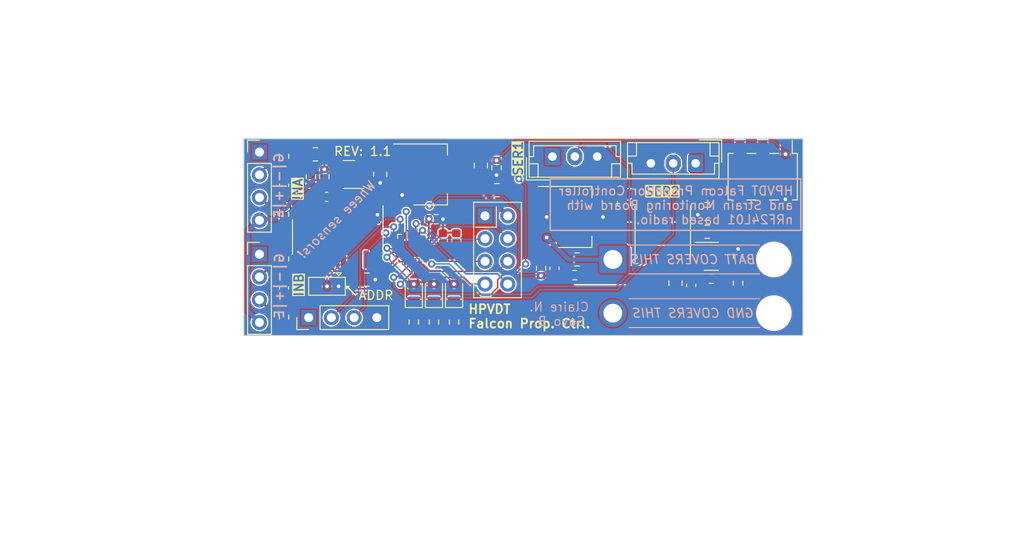
<source format=kicad_pcb>
(kicad_pcb (version 20241229) (generator "pcbnew") (generator_version "9.0")
  (title_block (title "Propellor Pitch and Monitor") (date "2023-12-08") (rev "1.1") (company "HPVDT"))
  (layers (0 "F.Cu" signal) (2 "B.Cu" signal) (13 "F.Paste" user) (15 "B.Paste" user) (5 "F.SilkS" user "F.Silkscreen") (7 "B.SilkS" user "B.Silkscreen") (1 "F.Mask" user) (3 "B.Mask" user) (25 "Edge.Cuts" user))
  (net 0 "")
  (net 1 "+BATT")
  (net 2 "GND")
  (net 3 "+5V")
  (net 4 "/BATT_{SCALED}")
  (net 5 "/~{RESET}")
  (net 6 "/INB-")
  (net 7 "/INB+")
  (net 8 "/INA-")
  (net 9 "/INA+")
  (net 10 "Net-(U3-VBST)")
  (net 11 "Net-(U3-SW)")
  (net 12 "+3.3VA")
  (net 13 "Net-(D1-K)")
  (net 14 "/LED_{1}")
  (net 15 "Net-(D2-K)")
  (net 16 "/LED_{2}")
  (net 17 "Net-(D3-K)")
  (net 18 "/LED_{3}")
  (net 19 "/MISO")
  (net 20 "/SCK")
  (net 21 "/MOSI")
  (net 22 "/S-_{LC1}")
  (net 23 "/S+_{LC1}")
  (net 24 "/S-_{LC2}")
  (net 25 "/S+_{LC2}")
  (net 26 "/SERVO_{1}")
  (net 27 "/SERVO_{2}")
  (net 28 "/BASE")
  (net 29 "/FB_{VA}")
  (net 30 "Net-(U3-EN)")
  (net 31 "+3V3")
  (net 32 "/~{CS}_{nRF}")
  (net 33 "/DOUT_{AMP}")
  (net 34 "/SCK_{AMP}")
  (net 35 "/CE_{nRF}")
  (net 36 "/INT_{nRF}")
  (net 37 "Net-(U2-VBG)")
  (net 41 "/ADDRESS")
  (net 43 "/RX")
  (net 44 "/TX")
  (net 45 "/FB")
  (footprint "Connector_PinHeader_2.54mm:PinHeader_2x03_P2.54mm_Vertical_SMD" (layer "F.Cu") (at 143 104.75 -90)
    (property "Reference" "J3" (hide yes))
    (property "Value" "AVR-UPDI-6")
  )
  (footprint "Connector_PinHeader_2.54mm:PinHeader_1x04_P2.54mm_Vertical" (layer "F.Cu") (at 86.75 102)
    (property "Reference" "J1" (hide yes))
    (property "Value" "LOAD1" (hide yes))
  )
  (footprint "Capacitor_SMD:C_0805_2012Metric" (layer "F.Cu") (at 133.25 116.65 90)
    (property "Reference" "C10" (hide yes))
    (property "Value" "10u")
  )
  (footprint "Connector_PinHeader_2.54mm:PinHeader_1x04_P2.54mm_Vertical" (layer "F.Cu") (at 86.75 113.42)
    (property "Reference" "J2" (hide yes))
    (property "Value" "LOAD2" (hide yes))
  )
  (footprint "Capacitor_SMD:C_0603_1608Metric" (layer "F.Cu") (at 107.25 111.85 -90)
    (property "Reference" "C7" (hide yes))
    (property "Value" "10n")
  )
  (footprint "Resistor_SMD:R_0603_1608Metric" (layer "F.Cu") (at 94 104.75 -90)
    (property "Reference" "R10" (hide yes))
    (property "Value" "20k")
  )
  (footprint "Package_TO_SOT_SMD:TSOT-23-6" (layer "F.Cu") (at 137.25 113.65)
    (property "Reference" "U3" (hide yes))
    (property "Value" "TPS563208DDCR")
  )
  (footprint "Capacitor_SMD:C_0805_2012Metric" (layer "F.Cu") (at 111.5 103.5 -90)
    (property "Reference" "C20" (hide yes))
    (property "Value" "22u")
  )
  (footprint "Resistor_SMD:R_0603_1608Metric" (layer "F.Cu") (at 89.5 113.935 -90)
    (property "Reference" "R7" (hide yes))
    (property "Value" "100")
  )
  (footprint "Capacitor_SMD:C_0805_2012Metric" (layer "F.Cu") (at 98.75 116.25)
    (property "Reference" "C4" (hide yes))
    (property "Value" "10u")
  )
  (footprint "Jumper:SolderJumper-3_P1.3mm_Open_Pad1.0x1.5mm" (layer "F.Cu") (at 94.3 117 180)
    (property "Reference" "JP1" (hide yes))
    (property "Value" "ADDRESS")
  )
  (footprint "Resistor_SMD:R_0603_1608Metric" (layer "F.Cu") (at 89.5 120.435 90)
    (property "Reference" "R6" (hide yes))
    (property "Value" "100")
  )
  (footprint "Capacitor_SMD:C_0805_2012Metric" (layer "F.Cu") (at 100.25 104.5 -90)
    (property "Reference" "C16" (hide yes))
    (property "Value" "10u")
  )
  (footprint "Package_TO_SOT_SMD:SOT-23" (layer "F.Cu") (at 96.75 104.5 180)
    (property "Reference" "Q1" (hide yes))
    (property "Value" "MMSS8550")
  )
  (footprint "Resistor_SMD:R_0603_1608Metric" (layer "F.Cu") (at 122 115.75 180)
    (property "Reference" "R8" (hide yes))
    (property "Value" "15k")
  )
  (footprint "Capacitor_SMD:C_0805_2012Metric" (layer "F.Cu") (at 113.3 106.25 180)
    (property "Reference" "C18" (hide yes))
    (property "Value" "10u")
  )
  (footprint "Resistor_SMD:R_0603_1608Metric" (layer "F.Cu") (at 92.5 104.75 90)
    (property "Reference" "R11" (hide yes))
    (property "Value" "8.2k")
  )
  (footprint "Package_TO_SOT_SMD:SOT-223-3_TabPin2" (layer "F.Cu") (at 122 109.25)
    (property "Reference" "U4" (hide yes))
    (property "Value" "AZ1117-5.0")
  )
  (footprint "Capacitor_SMD:C_0603_1608Metric" (layer "F.Cu") (at 135 116.9 90)
    (property "Reference" "C11" (hide yes))
    (property "Value" "100n")
  )
  (footprint "Capacitor_SMD:C_0805_2012Metric" (layer "F.Cu") (at 136.8 110.9 180)
    (property "Reference" "C12" (hide yes))
    (property "Value" "100n")
  )
  (footprint "Package_TO_SOT_SMD:SOT-223-3_TabPin2" (layer "F.Cu") (at 105.85 104.5)
    (property "Reference" "U5" (hide yes))
    (property "Value" "AZ1117-3.3")
  )
  (footprint "LED_SMD:LED_0805_2012Metric" (layer "F.Cu") (at 104 117.6875 90)
    (property "Reference" "D1" (hide yes))
    (property "Value" "LED")
  )
  (footprint "Connector_PinHeader_2.54mm:PinHeader_1x04_P2.54mm_Vertical" (layer "F.Cu") (at 92.25 120.5 90)
    (property "Reference" "J6" (hide yes))
    (property "Value" "SERIAL")
  )
  (footprint "Resistor_SMD:R_0603_1608Metric" (layer "F.Cu") (at 118.23 114.98 90)
    (property "Reference" "R9" (hide yes))
    (property "Value" "10k")
  )
  (footprint "Capacitor_SMD:C_0603_1608Metric" (layer "F.Cu") (at 89.5 105.705 -90)
    (property "Reference" "C1" (hide yes))
    (property "Value" "100n")
  )
  (footprint "Capacitor_SMD:C_0603_1608Metric" (layer "F.Cu") (at 89.5 117.185 -90)
    (property "Reference" "C2" (hide yes))
    (property "Value" "100n")
  )
  (footprint "Resistor_SMD:R_0603_1608Metric" (layer "F.Cu") (at 89.5 108.955 90)
    (property "Reference" "R4" (hide yes))
    (property "Value" "100")
  )
  (footprint "LED_SMD:LED_0805_2012Metric" (layer "F.Cu") (at 106.25 117.6875 90)
    (property "Reference" "D2" (hide yes))
    (property "Value" "LED")
  )
  (footprint "Capacitor_SMD:C_0805_2012Metric" (layer "F.Cu") (at 93 102.25)
    (property "Reference" "C6" (hide yes))
    (property "Value" "10u")
  )
  (footprint "Capacitor_SMD:C_0603_1608Metric" (layer "F.Cu") (at 108.75 111.85 -90)
    (property "Reference" "C5" (hide yes))
    (property "Value" "100n")
  )
  (footprint "Resistor_SMD:R_0603_1608Metric" (layer "F.Cu") (at 106.5 109.5 180)
    (property "Reference" "R13" (hide yes))
    (property "Value" "10k")
  )
  (footprint "Connector_JST:JST_EH_B3B-EH-A_1x03_P2.50mm_Vertical" (layer "F.Cu") (at 119.5 102.5)
    (property "Reference" "J5" (hide yes))
    (property "Value" "SERVO1" (hide yes))
  )
  (footprint "Resistor_SMD:R_0603_1608Metric" (layer "F.Cu") (at 137.25 116.15)
    (property "Reference" "R14" (hide yes))
    (property "Value" "10k")
  )
  (footprint "Resistor_SMD:R_0603_1608Metric" (layer "F.Cu") (at 108.5 121 -90)
    (property "Reference" "R3" (hide yes))
    (property "Value" "430")
  )
  (footprint "Resistor_SMD:R_0603_1608Metric" (layer "F.Cu") (at 89.5 102.455 -90)
    (property "Reference" "R5" (hide yes))
    (property "Value" "100")
  )
  (footprint "Capacitor_SMD:C_0603_1608Metric" (layer "F.Cu") (at 94.25 107 180)
    (property "Reference" "C9" (hide yes))
    (property "Value" "100n")
  )
  (footprint "Resistor_SMD:R_0603_1608Metric" (layer "F.Cu") (at 140.25 113.65 -90)
    (property "Reference" "R15" (hide yes))
    (property "Value" "54k9")
  )
  (footprint "Inductor_SMD:L_Taiyo-Yuden_NR-60xx" (layer "F.Cu") (at 131.825 111.15 90)
    (property "Reference" "L1" (hide yes))
    (property "Value" "3u3")
  )
  (footprint "Capacitor_SMD:C_0805_2012Metric" (layer "F.Cu") (at 122.25 114)
    (property "Reference" "C15" (hide yes))
    (property "Value" "10u")
  )
  (footprint "Package_DFN_QFN:VQFN-20-1EP_3x3mm_P0.4mm_EP1.7x1.7mm" (layer "F.Cu") (at 103.8 112.8 180)
    (property "Reference" "U1" (hide yes))
    (property "Value" "ATtiny1616-M")
  )
  (footprint "Resistor_SMD:R_0603_1608Metric" (layer "F.Cu") (at 113.25 103.75 90)
    (property "Reference" "R12" (hide yes))
    (property "Value" "10k")
  )
  (footprint "Capacitor_SMD:C_0805_2012Metric" (layer "F.Cu") (at 136.8 108.9 180)
    (property "Reference" "C14" (hide yes))
    (property "Value" "22u")
  )
  (footprint "Capacitor_SMD:C_0603_1608Metric" (layer "F.Cu") (at 119.73 114.98 90)
    (property "Reference" "C3" (hide yes))
    (property "Value" "100n")
  )
  (footprint "Resistor_SMD:R_0603_1608Metric" (layer "F.Cu") (at 104 121 -90)
    (property "Reference" "R1" (hide yes))
    (property "Value" "430")
  )
  (footprint "Resistor_SMD:R_0603_1608Metric" (layer "F.Cu") (at 106.25 121 -90)
    (property "Reference" "R2" (hide yes))
    (property "Value" "430")
  )
  (footprint "Capacitor_SMD:C_0805_2012Metric" (layer "F.Cu") (at 127.5 107.75 -90)
    (property "Reference" "C19" (hide yes))
    (property "Value" "22u")
  )
  (footprint "RF_Module:nRF24L01_Breakout" (layer "F.Cu") (at 111.96 109.13)
    (property "Reference" "U6" (hide yes))
    (property "Value" "NRF24L01_Breakout")
  )
  (footprint "Package_SO:SOP-16_3.9x9.9mm_P1.27mm" (layer "F.Cu") (at 95.5 111.5 -90)
    (property "Reference" "U2" (hide yes))
    (property "Value" "HX711")
  )
  (footprint "Resistor_SMD:R_0603_1608Metric" (layer "F.Cu") (at 140.25 116.65 90)
    (property "Reference" "R16" (hide yes))
    (property "Value" "10k")
  )
  (footprint "Capacitor_SMD:C_0805_2012Metric" (layer "F.Cu") (at 136.8 106.9 180)
    (property "Reference" "C13" (hide yes))
    (property "Value" "22u")
  )
  (footprint "Connector_JST:JST_EH_B3B-EH-A_1x03_P2.50mm_Vertical" (layer "F.Cu") (at 135.5 103.25 180)
    (property "Reference" "J4" (hide yes))
    (property "Value" "SERVO2" (hide yes))
  )
  (footprint "LED_SMD:LED_0805_2012Metric" (layer "F.Cu") (at 108.5 117.6875 90)
    (property "Reference" "D3" (hide yes))
    (property "Value" "LED")
  )
  (footprint "Connector_Wire:SolderWire-1.5sqmm_1x02_P6mm_D1.7mm_OD3mm_Relief" (layer "B.Cu") (at 126.25 114 -90)
    (property "Reference" "BT1" (hide yes))
    (property "Value" "Battery")
  )
  (gr_line (start 96.5 117.25) (end 96.75 117) (stroke (width 0.15)) (layer "F.SilkS"))
  (gr_line (start 96.5 117) (end 96.5 117.25) (stroke (width 0.15)) (layer "F.SilkS"))
  (gr_line (start 96.5 117) (end 97.5 118) (stroke (width 0.15)) (layer "F.SilkS"))
  (gr_line (start 96.75 117) (end 96.5 117) (stroke (width 0.15)) (layer "F.SilkS"))
  (gr_line (start 85 122.5) (end 147.5 122.5) (stroke (width 0.1)) (layer "Edge.Cuts"))
  (gr_line (start 85 100.5) (end 85 122.5) (stroke (width 0.1)) (layer "Edge.Cuts"))
  (gr_line (start 147.5 122.5) (end 147.5 100.5) (stroke (width 0.1)) (layer "Edge.Cuts"))
  (gr_line (start 147.5 100.5) (end 85 100.5) (stroke (width 0.1)) (layer "Edge.Cuts"))
  (gr_text "INA" (at 91.628463 107.48643 90) (layer "F.SilkS" knockout) (effects (font (size 1 1) (thickness 0.2) (bold yes)) (justify left bottom)))
  (gr_text "ADDR" (at 97.75 118 0) (layer "F.SilkS") (effects (font (size 1 1)) (justify left)))
  (gr_text "HPVDT\nFalcon Prop. Ctrl." (at 110 121.75 0) (layer "F.SilkS") (effects (font (size 1 1) (thickness 0.2) (bold yes)) (justify left bottom)))
  (gr_text "SER1" (at 116.25 104.75 90) (layer "F.SilkS" knockout) (effects (font (size 1 1) (thickness 0.2) (bold yes)) (justify left bottom)))
  (gr_text "SER2" (at 129.75 107 0) (layer "F.SilkS" knockout) (effects (font (size 1 1) (thickness 0.2) (bold yes)) (justify left bottom)))
  (gr_text "REV: ${REVISION}" (at 95 102.5 0) (layer "F.SilkS") (effects (font (size 1 1)) (justify left bottom)))
  (gr_text "INB" (at 91.75 118.25 90) (layer "F.SilkS" knockout) (effects (font (size 1 1) (thickness 0.2) (bold yes)) (justify left bottom)))
  (gr_text "GND COVERS THIS" (at 135.25 120 0) (layer "B.SilkS") (effects (font (size 1 1) (thickness 0.15) (italic yes)) (justify mirror)))
  (gr_text "G|-|+|E" (at 89.5 105.75 90) (layer "B.SilkS") (effects (font (size 1 1) (thickness 0.2) (bold yes)) (justify bottom mirror)))
  (gr_text "BATT COVERS THIS" (at 135.25 114 0) (layer "B.SilkS") (effects (font (size 1 1) (thickness 0.15) (italic yes)) (justify mirror)))
  (gr_text "G|-|+|E" (at 89.55 116.95 90) (layer "B.SilkS") (effects (font (size 1 1) (thickness 0.2) (bold yes)) (justify bottom mirror)))
  (gr_text "Wheee sensors!" (at 100 105.75 45) (layer "B.SilkS") (effects (font (size 1 1) (thickness 0.15) (italic yes)) (justify left bottom mirror)))
  (gr_text "Claire N.\nSavo B." (at 120.25 121.5 0) (layer "B.SilkS") (effects (font (size 1 1) (thickness 0.125)) (justify bottom mirror)))
  (gr_text_box "HPVDT Falcon Propellor Controller and Strain Monitoring Board with nRF24L01 based radio." (start 119.25 105) (end 147.25 110.75) (margins 0.825 0.825 0.825 0.825) (layer "B.SilkS") (effects (font (size 1 1)) (justify left top mirror)) (border yes) (stroke (width 0.15)))
  (via (at 118.85 111.55) (size 0.8) (drill 0.4) (layers "F.Cu" "B.Cu") (net 1))
  (segment (start 121.3 114) (end 118.85 111.55) (width 0.5) (layer "B.Cu") (net 1))
  (segment (start 126.25 114) (end 121.3 114) (width 0.5) (layer "B.Cu") (net 1))
  (segment (start 98.675 114) (end 99.945 114) (width 0.5) (layer "F.Cu") (net 3))
  (segment (start 99.6375 105.5) (end 97.6875 103.55) (width 0.25) (layer "F.Cu") (net 3))
  (segment (start 100.25 105.5) (end 99.6375 105.5) (width 0.25) (layer "F.Cu") (net 3))
  (segment (start 135.85 108.9) (end 135.75 109) (width 0.2) (layer "F.Cu") (net 3))
  (segment (start 99.945 116.005) (end 99.7 116.25) (width 0.5) (layer "F.Cu") (net 3))
  (segment (start 108.675 111) (end 108.75 111.075) (width 0.25) (layer "F.Cu") (net 3))
  (segment (start 105.25 112.4) (end 105.925 112.4) (width 0.2) (layer "F.Cu") (net 3))
  (segment (start 99.945 114) (end 99.945 116.005) (width 0.5) (layer "F.Cu") (net 3))
  (segment (start 105.925 112.4) (end 107.25 111.075) (width 0.2) (layer "F.Cu") (net 3))
  (segment (start 107.25 109.5) (end 107.25 111.075) (width 0.25) (layer "F.Cu") (net 3))
  (segment (start 107.25 111) (end 108.675 111) (width 0.25) (layer "F.Cu") (net 3))
  (via (at 100.25 105.45) (size 0.8) (drill 0.4) (layers "F.Cu" "B.Cu") (net 3))
  (via (at 102.7 106.8) (size 0.8) (drill 0.4) (layers "F.Cu" "B.Cu") (net 3))
  (via (at 145.54 107.275) (size 0.8) (drill 0.4) (layers "F.Cu" "B.Cu") (net 3))
  (via (at 99.945 109) (size 0.8) (drill 0.4) (layers "F.Cu" "B.Cu") (net 3))
  (via (at 140.25 112.825) (size 0.8) (drill 0.4) (layers "F.Cu" "B.Cu") (net 3))
  (via (at 95.6 117) (size 0.8) (drill 0.4) (layers "F.Cu" "B.Cu") (net 3))
  (via (at 118.85 109.25) (size 0.8) (drill 0.4) (layers "F.Cu" "B.Cu") (net 3))
  (via (at 113.25 104.575) (size 0.8) (drill 0.4) (layers "F.Cu" "B.Cu") (net 3))
  (via (at 99.7 116.25) (size 0.8) (drill 0.4) (layers "F.Cu" "B.Cu") (net 3))
  (via (at 107.25 109.5) (size 0.8) (drill 0.4) (layers "F.Cu" "B.Cu") (net 3))
  (via (at 135.75 109) (size 0.8) (drill 0.4) (layers "F.Cu" "B.Cu") (net 3))
  (via (at 125.15 109.25) (size 0.8) (drill 0.4) (layers "F.Cu" "B.Cu") (net 3))
  (segment (start 140.715 112.825) (end 140.25 112.825) (width 0.2) (layer "B.Cu") (net 3))
  (segment (start 145.54 108) (end 140.715 112.825) (width 0.2) (layer "B.Cu") (net 3))
  (segment (start 100.25 105.45) (end 101.35 105.45) (width 0.25) (layer "B.Cu") (net 3))
  (segment (start 139.575 112.825) (end 140.25 112.825) (width 0.2) (layer "B.Cu") (net 3))
  (segment (start 99.945 105.755) (end 100.25 105.45) (width 0.25) (layer "B.Cu") (net 3))
  (segment (start 101.35 105.45) (end 102.7 106.8) (width 0.25) (layer "B.Cu") (net 3))
  (segment (start 145.54 107.275) (end 145.54 108) (width 0.2) (layer "B.Cu") (net 3))
  (segment (start 135.75 109) (end 139.575 112.825) (width 0.2) (layer "B.Cu") (net 3))
  (segment (start 118.85 109.25) (end 125.15 109.25) (width 0.2) (layer "B.Cu") (net 3))
  (segment (start 118.23 115.805) (end 119.68 115.805) (width 0.25) (layer "F.Cu") (net 4))
  (segment (start 119.735 115.75) (end 119.73 115.755) (width 0.25) (layer "F.Cu") (net 4))
  (segment (start 119.68 115.805) (end 119.73 115.755) (width 0.25) (layer "F.Cu") (net 4))
  (segment (start 104.745 108.005) (end 105.75 108.005) (width 0.15) (layer "F.Cu") (net 4))
  (segment (start 103.575 109.175) (end 104.745 108.005) (width 0.15) (layer "F.Cu") (net 4))
  (segment (start 103.8 110.504595) (end 103.575 110.279595) (width 0.15) (layer "F.Cu") (net 4))
  (segment (start 103.8 111.35) (end 103.8 110.504595) (width 0.15) (layer "F.Cu") (net 4))
  (segment (start 103.575 110.279595) (end 103.575 109.175) (width 0.15) (layer "F.Cu") (net 4))
  (segment (start 121.175 115.75) (end 119.735 115.75) (width 0.25) (layer "F.Cu") (net 4))
  (via (at 118.23 115.805) (size 0.8) (drill 0.4) (layers "F.Cu" "B.Cu") (net 4))
  (via (at 105.75 108.005) (size 0.8) (drill 0.4) (layers "F.Cu" "B.Cu") (net 4))
  (segment (start 118.175 115.75) (end 118.23 115.805) (width 0.15) (layer "B.Cu") (net 4))
  (segment (start 115.75 115.5) (end 116 115.75) (width 0.15) (layer "B.Cu") (net 4))
  (segment (start 116 115.75) (end 118.175 115.75) (width 0.15) (layer "B.Cu") (net 4))
  (segment (start 114 107) (end 115.75 108.75) (width 0.15) (layer "B.Cu") (net 4))
  (segment (start 115.75 108.75) (end 115.75 115.5) (width 0.15) (layer "B.Cu") (net 4))
  (segment (start 105.75 108.005) (end 106.755 107) (width 0.15) (layer "B.Cu") (net 4))
  (segment (start 106.755 107) (end 114 107) (width 0.15) (layer "B.Cu") (net 4))
  (segment (start 109.606509 115.9875) (end 111.619009 118) (width 0.15) (layer "F.Cu") (net 5))
  (segment (start 113.375 116.284009) (end 114.159009 115.5) (width 0.15) (layer "F.Cu") (net 5))
  (segment (start 113.375 117.125) (end 113.375 116.284009) (width 0.15) (layer "F.Cu") (net 5))
  (segment (start 104.2 114.25) (end 104.2 114.715448) (width 0.15) (layer "F.Cu") (net 5))
  (segment (start 105.472052 115.9875) (end 109.606509 115.9875) (width 0.15) (layer "F.Cu") (net 5))
  (segment (start 115.75 105) (end 113.675 102.925) (width 0.15) (layer "F.Cu") (net 5))
  (segment (start 111.619009 118) (end 112.5 118) (width 0.15) (layer "F.Cu") (net 5))
  (segment (start 104.2 114.715448) (end 105.472052 115.9875) (width 0.15) (layer "F.Cu") (net 5))
  (segment (start 114.159009 115.5) (end 115.5 115.5) (width 0.15) (layer "F.Cu") (net 5))
  (segment (start 115.5 115.5) (end 116.5 114.5) (width 0.15) (layer "F.Cu") (net 5))
  (segment (start 112.5 118) (end 113.375 117.125) (width 0.15) (layer "F.Cu") (net 5))
  (segment (start 113.675 102.925) (end 113.25 102.925) (width 0.15) (layer "F.Cu") (net 5))
  (via (at 145.54 102.225) (size 0.8) (drill 0.4) (layers "F.Cu" "B.Cu") (net 5))
  (via (at 115.75 105) (size 0.8) (drill 0.4) (layers "F.Cu" "B.Cu") (net 5))
  (via (at 113.25 102.925) (size 0.8) (drill 0.4) (layers "F.Cu" "B.Cu") (net 5))
  (via (at 116.5 114.5) (size 0.8) (drill 0.4) (layers "F.Cu" "B.Cu") (net 5))
  (segment (start 116.5 105.75) (end 115.75 105) (width 0.15) (layer "B.Cu") (net 5))
  (segment (start 116.5 114.5) (end 116.5 105.75) (width 0.15) (layer "B.Cu") (net 5))
  (segment (start 145.54 102.04) (end 144.25 100.75) (width 0.15) (layer "B.Cu") (net 5))
  (segment (start 145.54 102.225) (end 145.54 102.04) (width 0.15) (layer "B.Cu") (net 5))
  (segment (start 144.25 100.75) (end 115.425 100.75) (width 0.15) (layer "B.Cu") (net 5))
  (segment (start 115.425 100.75) (end 113.25 102.925) (width 0.15) (layer "B.Cu") (net 5))
  (segment (start 89.5 114.76) (end 89.5 116.41) (width 0.25) (layer "F.Cu") (net 6))
  (segment (start 89.5 114.76) (end 90.295 114.76) (width 0.25) (layer "F.Cu") (net 6))
  (segment (start 90.295 114.76) (end 91.055 114) (width 0.25) (layer "F.Cu") (net 6))
  (segment (start 89.5 119.61) (end 89.5 117.96) (width 0.25) (layer "F.Cu") (net 7))
  (segment (start 89.5 117.96) (end 92.325 115.135) (width 0.25) (layer "F.Cu") (net 7))
  (segment (start 92.325 115.135) (end 92.325 114) (width 0.25) (layer "F.Cu") (net 7))
  (segment (start 89.5 103.28) (end 89.5 104.93) (width 0.25) (layer "F.Cu") (net 8))
  (segment (start 92.325 107.755) (end 92.325 109) (width 0.25) (layer "F.Cu") (net 8))
  (segment (start 89.5 104.93) (end 92.325 107.755) (width 0.25) (layer "F.Cu") (net 8))
  (segment (start 89.5 108.13) (end 90.185 108.13) (width 0.25) (layer "F.Cu") (net 9))
  (segment (start 90.185 108.13) (end 91.055 109) (width 0.25) (layer "F.Cu") (net 9))
  (segment (start 89.5 108.13) (end 89.5 106.48) (width 0.25) (layer "F.Cu") (net 9))
  (segment (start 137.75 112.0625) (end 137.75 110.9) (width 0.2) (layer "F.Cu") (net 10))
  (segment (start 138.3875 112.7) (end 137.75 112.0625) (width 0.2) (layer "F.Cu") (net 10))
  (segment (start 137.170128 112.220128) (end 135.85 110.9) (width 0.2) (layer "F.Cu") (net 11))
  (segment (start 136.774999 113.65) (end 137.170128 113.254871) (width 0.2) (layer "F.Cu") (net 11))
  (segment (start 137.170128 113.254871) (end 137.170128 112.220128) (width 0.2) (layer "F.Cu") (net 11))
  (segment (start 136.1125 113.65) (end 136.774999 113.65) (width 0.2) (layer "F.Cu") (net 11))
  (segment (start 94 103.925) (end 95.2375 103.925) (width 0.25) (layer "F.Cu") (net 12))
  (segment (start 94 102.3) (end 93.95 102.25) (width 0.25) (layer "F.Cu") (net 12))
  (segment (start 95.8125 104.5) (end 96.585 105.2725) (width 0.25) (layer "F.Cu") (net 12))
  (segment (start 96.585 107.335) (end 97.405 108.155) (width 0.25) (layer "F.Cu") (net 12))
  (segment (start 94 103.925) (end 94 102.3) (width 0.25) (layer "F.Cu") (net 12))
  (segment (start 95.2375 103.925) (end 95.8125 104.5) (width 0.25) (layer "F.Cu") (net 12))
  (segment (start 97.405 108.155) (end 97.405 109) (width 0.25) (layer "F.Cu") (net 12))
  (segment (start 96.585 105.2725) (end 96.585 107.335) (width 0.25) (layer "F.Cu") (net 12))
  (via (at 94 103.925) (size 0.8) (drill 0.4) (layers "F.Cu" "B.Cu") (net 12))
  (segment (start 85.45 119.74) (end 85.45 110.8) (width 0.5) (layer "B.Cu") (net 12))
  (segment (start 85.45 110.8) (end 86.75 109.5) (width 0.5) (layer "B.Cu") (net 12))
  (segment (start 86.75 121.04) (end 85.45 119.74) (width 0.5) (layer "B.Cu") (net 12))
  (segment (start 86.75 109.5) (end 88.425 109.5) (width 0.5) (layer "B.Cu") (net 12))
  (segment (start 88.425 109.5) (end 94 103.925) (width 0.5) (layer "B.Cu") (net 12))
  (segment (start 104 118.625) (end 104 120.175) (width 0.15) (layer "F.Cu") (net 13))
  (segment (start 102.35 113.2) (end 101.55 113.2) (width 0.15) (layer "F.Cu") (net 14))
  (segment (start 101.55 113.2) (end 101 113.75) (width 0.15) (layer "F.Cu") (net 14))
  (via (at 101 113.75) (size 0.8) (drill 0.4) (layers "F.Cu" "B.Cu") (net 14))
  (via (at 104 116.75) (size 0.8) (drill 0.4) (layers "F.Cu" "B.Cu") (net 14))
  (segment (start 101 113.75) (end 104 116.75) (width 0.15) (layer "B.Cu") (net 14))
  (segment (start 106.25 118.625) (end 106.25 120.175) (width 0.15) (layer "F.Cu") (net 15))
  (segment (start 101.05 112.8) (end 101 112.75) (width 0.15) (layer "F.Cu") (net 16))
  (segment (start 102.35 112.8) (end 101.05 112.8) (width 0.15) (layer "F.Cu") (net 16))
  (via (at 106.25 116.75) (size 0.8) (drill 0.4) (layers "F.Cu" "B.Cu") (net 16))
  (via (at 101 112.75) (size 0.8) (drill 0.4) (layers "F.Cu" "B.Cu") (net 16))
  (segment (start 105 116.75) (end 106.25 116.75) (width 0.15) (layer "B.Cu") (net 16))
  (segment (start 101 112.75) (end 105 116.75) (width 0.15) (layer "B.Cu") (net 16))
  (segment (start 108.5 118.625) (end 108.5 120.175) (width 0.15) (layer "F.Cu") (net 17))
  (segment (start 103.4 111.35) (end 103.4 110.884552) (width 0.15) (layer "F.Cu") (net 18))
  (segment (start 103.148056 110.632608) (end 103.148056 108.648056) (width 0.15) (layer "F.Cu") (net 18))
  (segment (start 103.4 110.884552) (end 103.148056 110.632608) (width 0.15) (layer "F.Cu") (net 18))
  (via (at 108.5 116.75) (size 0.8) (drill 0.4) (layers "F.Cu" "B.Cu") (net 18))
  (via (at 103.148056 108.648056) (size 0.8) (drill 0.4) (layers "F.Cu" "B.Cu") (net 18))
  (segment (start 103.148056 112.602651) (end 103.148056 108.648056) (width 0.15) (layer "B.Cu") (net 18))
  (segment (start 108.5 116.75) (end 107 115.25) (width 0.15) (layer "B.Cu") (net 18))
  (segment (start 105.795405 115.25) (end 103.148056 112.602651) (width 0.15) (layer "B.Cu") (net 18))
  (segment (start 107 115.25) (end 105.795405 115.25) (width 0.15) (layer "B.Cu") (net 18))
  (segment (start 105.25 113.6) (end 105.25 113.75) (width 0.15) (layer "F.Cu") (net 19))
  (segment (start 105.25 113.75) (end 106 114.5) (width 0.15) (layer "F.Cu") (net 19))
  (via (at 106 114.5) (size 0.8) (drill 0.4) (layers "F.Cu" "B.Cu") (net 19))
  (segment (start 106 114.5) (end 108 114.5) (width 0.15) (layer "B.Cu") (net 19))
  (segment (start 110.25 116.75) (end 111.96 116.75) (width 0.15) (layer "B.Cu") (net 19))
  (segment (start 108 114.5) (end 110.25 116.75) (width 0.15) (layer "B.Cu") (net 19))
  (segment (start 105.715448 113.2) (end 106.725448 114.21) (width 0.15) (layer "F.Cu") (net 20))
  (segment (start 105.25 113.2) (end 105.715448 113.2) (width 0.15) (layer "F.Cu") (net 20))
  (segment (start 106.725448 114.21) (end 111.96 114.21) (width 0.15) (layer "F.Cu") (net 20))
  (segment (start 113.375 115.335) (end 114.5 114.21) (width 0.15) (layer "F.Cu") (net 21))
  (segment (start 104.6 114.25) (end 105.685 115.335) (width 0.15) (layer "F.Cu") (net 21))
  (segment (start 105.685 115.335) (end 113.375 115.335) (width 0.15) (layer "F.Cu") (net 21))
  (segment (start 89.5 101.67) (end 86.75 104.42) (width 0.25) (layer "F.Cu") (net 22))
  (segment (start 89.5 101.63) (end 89.5 101.67) (width 0.25) (layer "F.Cu") (net 22))
  (segment (start 86.75 106.96) (end 89.5 109.71) (width 0.25) (layer "F.Cu") (net 23))
  (segment (start 89.5 109.71) (end 89.5 109.78) (width 0.25) (layer "F.Cu") (net 23))
  (segment (start 89.5 113.21) (end 89.5 113.11) (width 0.25) (layer "F.Cu") (net 24))
  (segment (start 86.75 115.96) (end 89.5 113.21) (width 0.25) (layer "F.Cu") (net 24))
  (segment (start 86.75 118.5) (end 89.5 121.25) (width 0.25) (layer "F.Cu") (net 25))
  (segment (start 89.5 121.25) (end 89.5 121.26) (width 0.25) (layer "F.Cu") (net 25))
  (segment (start 103.8 115.45) (end 102.5 116.75) (width 0.15) (layer "F.Cu") (net 26))
  (segment (start 103.8 114.25) (end 103.8 115.45) (width 0.15) (layer "F.Cu") (net 26))
  (via (at 102.5 116.75) (size 0.8) (drill 0.4) (layers "F.Cu" "B.Cu") (net 26))
  (segment (start 122.875 101.125) (end 125.375 101.125) (width 0.2) (layer "B.Cu") (net 26))
  (segment (start 117 117.875) (end 103.625 117.875) (width 0.15) (layer "B.Cu") (net 26))
  (segment (start 128.1 103.85) (end 128.1 115.534744) (width 0.2) (layer "B.Cu") (net 26))
  (segment (start 128.1 115.534744) (end 126.634744 117) (width 0.2) (layer "B.Cu") (net 26))
  (segment (start 122 102) (end 122.875 101.125) (width 0.2) (layer "B.Cu") (net 26))
  (segment (start 125.375 101.125) (end 128.1 103.85) (width 0.2) (layer "B.Cu") (net 26))
  (segment (start 103.65 117.9) (end 102.5 116.75) (width 0.2) (layer "B.Cu") (net 26))
  (segment (start 117.3125 117.5625) (end 116.975 117.9) (width 0.2) (layer "B.Cu") (net 26))
  (segment (start 103.625 117.875) (end 102.5 116.75) (width 0.15) (layer "B.Cu") (net 26))
  (segment (start 122 102.95) (end 122 102) (width 0.2) (layer "B.Cu") (net 26))
  (segment (start 117.875 117) (end 117.3125 117.5625) (width 0.2) (layer "B.Cu") (net 26))
  (segment (start 116.975 117.9) (end 103.65 117.9) (width 0.2) (layer "B.Cu") (net 26))
  (segment (start 117.3125 117.5625) (end 117 117.875) (width 0.2) (layer "B.Cu") (net 26))
  (segment (start 126.634744 117) (end 117.875 117) (width 0.2) (layer "B.Cu") (net 26))
  (segment (start 102.115448 116) (end 101.75 116) (width 0.15) (layer "F.Cu") (net 27))
  (segment (start 103.4 114.25) (end 103.4 114.715448) (width 0.15) (layer "F.Cu") (net 27))
  (segment (start 103.4 114.715448) (end 102.115448 116) (width 0.15) (layer "F.Cu") (net 27))
  (via (at 101.75 116) (size 0.8) (drill 0.4) (layers "F.Cu" "B.Cu") (net 27))
  (segment (start 101.75 116.954595) (end 101.75 116) (width 0.2) (layer "B.Cu") (net 27))
  (segment (start 133 103.5) (end 133 111.165074) (width 0.2) (layer "B.Cu") (net 27))
  (segment (start 133 111.165074) (end 126.790074 117.375) (width 0.2) (layer "B.Cu") (net 27))
  (segment (start 103.070405 118.275) (end 101.75 116.954595) (width 0.2) (layer "B.Cu") (net 27))
  (segment (start 118.15 117.375) (end 117.25 118.275) (width 0.2) (layer "B.Cu") (net 27))
  (segment (start 117.25 118.275) (end 103.070405 118.275) (width 0.2) (layer "B.Cu") (net 27))
  (segment (start 126.790074 117.375) (end 118.15 117.375) (width 0.2) (layer "B.Cu") (net 27))
  (segment (start 97.6875 105.45) (end 98.675 106.4375) (width 0.25) (layer "F.Cu") (net 28))
  (segment (start 98.675 106.4375) (end 98.675 109) (width 0.25) (layer "F.Cu") (net 28))
  (segment (start 92.5 105.575) (end 94 105.575) (width 0.25) (layer "F.Cu") (net 29))
  (segment (start 94.859052 105.575) (end 96.135 106.850948) (width 0.25) (layer "F.Cu") (net 29))
  (segment (start 94 105.575) (end 94.859052 105.575) (width 0.25) (layer "F.Cu") (net 29))
  (segment (start 96.135 106.850948) (end 96.135 109) (width 0.25) (layer "F.Cu") (net 29))
  (segment (start 138.075 116.15) (end 137.4 115.475) (width 0.2) (layer "F.Cu") (net 30))
  (segment (start 137.725001 113.65) (end 138.3875 113.65) (width 0.2) (layer "F.Cu") (net 30))
  (segment (start 137.4 113.975001) (end 137.725001 113.65) (width 0.2) (layer "F.Cu") (net 30))
  (segment (start 137.4 115.475) (end 137.4 113.975001) (width 0.2) (layer "F.Cu") (net 30))
  (segment (start 109 104.5) (end 110.7 104.5) (width 0.5) (layer "F.Cu") (net 31))
  (segment (start 112.35 106.98) (end 114.5 109.13) (width 0.5) (layer "F.Cu") (net 31))
  (segment (start 112.35 106.25) (end 112.35 106.98) (width 0.5) (layer "F.Cu") (net 31))
  (segment (start 102.7 104.5) (end 109 104.5) (width 0.5) (layer "F.Cu") (net 31))
  (segment (start 112.35 105.3) (end 111.5 104.45) (width 0.5) (layer "F.Cu") (net 31))
  (segment (start 112.35 106.25) (end 112.35 105.3) (width 0.5) (layer "F.Cu") (net 31))
  (segment (start 105.675 111.575) (end 105.675 109.5) (width 0.2) (layer "F.Cu") (net 32))
  (segment (start 105.25 112) (end 105.675 111.575) (width 0.2) (layer "F.Cu") (net 32))
  (via (at 105.703258 109.462778) (size 0.8) (drill 0.4) (layers "F.Cu" "B.Cu") (net 32))
  (segment (start 106.56548 110.325) (end 105.703258 109.462778) (width 0.15) (layer "B.Cu") (net 32))
  (segment (start 113.155 110.325) (end 106.56548 110.325) (width 0.15) (layer "B.Cu") (net 32))
  (segment (start 114.5 111.67) (end 113.155 110.325) (width 0.15) (layer "B.Cu") (net 32))
  (segment (start 100.225 117.275) (end 100.5 117) (width 0.2) (layer "F.Cu") (net 33))
  (segment (start 97 116.134314) (end 97 116.959744) (width 0.2) (layer "F.Cu") (net 33))
  (segment (start 94.865 114.999999) (end 95.165001 115.3) (width 0.2) (layer "F.Cu") (net 33))
  (segment (start 100.5 117) (end 100.5 115.45) (width 0.2) (layer "F.Cu") (net 33))
  (segment (start 94.865 114) (end 94.865 114.999999) (width 0.2) (layer "F.Cu") (net 33))
  (segment (start 100.5 115.45) (end 102.35 113.6) (width 0.2) (layer "F.Cu") (net 33))
  (segment (start 96.165686 115.3) (end 97 116.134314) (width 0.2) (layer "F.Cu") (net 33))
  (segment (start 95.165001 115.3) (end 96.165686 115.3) (width 0.2) (layer "F.Cu") (net 33))
  (segment (start 97.315256 117.275) (end 100.225 117.275) (width 0.2) (layer "F.Cu") (net 33))
  (segment (start 97 116.959744) (end 97.315256 117.275) (width 0.2) (layer "F.Cu") (net 33))
  (segment (start 97.14957 117.675) (end 96.6 117.12543) (width 0.2) (layer "F.Cu") (net 34))
  (segment (start 93.595 114.999999) (end 93.595 114) (width 0.2) (layer "F.Cu") (net 34))
  (segment (start 100.907843 115.607843) (end 100.907843 117.157843) (width 0.2) (layer "F.Cu") (net 34))
  (segment (start 96 115.7) (end 94.295001 115.7) (width 0.2) (layer "F.Cu") (net 34))
  (segment (start 102.265686 114.25) (end 100.907843 115.607843) (width 0.2) (layer "F.Cu") (net 34))
  (segment (start 96.6 117.12543) (end 96.6 116.3) (width 0.2) (layer "F.Cu") (net 34))
  (segment (start 96.6 116.3) (end 96 115.7) (width 0.2) (layer "F.Cu") (net 34))
  (segment (start 100.907843 117.157843) (end 100.390685 117.675) (width 0.2) (layer "F.Cu") (net 34))
  (segment (start 94.295001 115.7) (end 93.595 114.999999) (width 0.2) (layer "F.Cu") (net 34))
  (segment (start 103 114.25) (end 102.265686 114.25) (width 0.2) (layer "F.Cu") (net 34))
  (segment (start 100.390685 117.675) (end 97.14957 117.675) (width 0.2) (layer "F.Cu") (net 34))
  (segment (start 104.2 110.05) (end 104.25 110) (width 0.15) (layer "F.Cu") (net 35))
  (segment (start 104.2 111.35) (end 104.2 110.05) (width 0.15) (layer "F.Cu") (net 35))
  (via (at 104.25 110) (size 0.8) (drill 0.4) (layers "F.Cu" "B.Cu") (net 35))
  (segment (start 104.25 110) (end 105.295405 110) (width 0.15) (layer "B.Cu") (net 35))
  (segment (start 105.295405 110) (end 107.045405 111.75) (width 0.15) (layer "B.Cu") (net 35))
  (segment (start 111.88 111.75) (end 111.96 111.67) (width 0.15) (layer "B.Cu") (net 35))
  (segment (start 107.045405 111.75) (end 111.88 111.75) (width 0.15) (layer "B.Cu") (net 35))
  (segment (start 104.6 111.1255) (end 104.9755 110.75) (width 0.2) (layer "F.Cu") (net 36))
  (segment (start 104.6 111.35) (end 104.6 111.1255) (width 0.2) (layer "F.Cu") (net 36))
  (via (at 104.9755 110.75) (size 0.8) (drill 0.4) (layers "F.Cu" "B.Cu") (net 36))
  (segment (start 104.9755 110.75) (end 109.8255 115.6) (width 0.2) (layer "B.Cu") (net 36))
  (segment (start 113.35 115.6) (end 114.5 116.75) (width 0.2) (layer "B.Cu") (net 36))
  (segment (start 109.8255 115.6) (end 113.35 115.6) (width 0.2) (layer "B.Cu") (net 36))
  (segment (start 93.475 107) (end 93.475 108.88) (width 0.25) (layer "F.Cu") (net 37))
  (segment (start 93.475 108.88) (end 93.595 109) (width 0.25) (layer "F.Cu") (net 37))
  (segment (start 103 111.35) (end 102.473556 110.823556) (width 0.15) (layer "F.Cu") (net 41))
  (segment (start 102.473556 110.823556) (end 102.473556 109.5) (width 0.15) (layer "F.Cu") (net 41))
  (via (at 102.473556 109.5) (size 0.8) (drill 0.4) (layers "F.Cu" "B.Cu") (net 41))
  (via (at 94.3 117) (size 0.8) (drill 0.4) (layers "F.Cu" "B.Cu") (net 41))
  (segment (start 94.3 117) (end 94.3 116.054526) (width 0.15) (layer "B.Cu") (net 41))
  (segment (start 100.854526 109.5) (end 102.473556 109.5) (width 0.15) (layer "B.Cu") (net 41))
  (segment (start 94.3 116.054526) (end 100.854526 109.5) (width 0.15) (layer "B.Cu") (net 41))
  (segment (start 101.75 111.4) (end 101.75 110.3495) (width 0.15) (layer "F.Cu") (net 43))
  (segment (start 102.35 112) (end 101.75 111.4) (width 0.15) (layer "F.Cu") (net 43))
  (via (at 101.75 110.3495) (size 0.8) (drill 0.4) (layers "F.Cu" "B.Cu") (net 43))
  (segment (start 98 117.29) (end 94.79 120.5) (width 0.15) (layer "B.Cu") (net 43))
  (segment (start 98 112.8495) (end 100.5 110.3495) (width 0.15) (layer "B.Cu") (net 43))
  (segment (start 100.5 110.3495) (end 101.75 110.3495) (width 0.15) (layer "B.Cu") (net 43))
  (segment (start 98 112.8495) (end 98 117.29) (width 0.15) (layer "B.Cu") (net 43))
  (segment (start 101.884552 112.4) (end 100.86833 111.383778) (width 0.15) (layer "F.Cu") (net 44))
  (segment (start 100.86833 111.383778) (end 100.86833 111.024) (width 0.15) (layer "F.Cu") (net 44))
  (segment (start 102.35 112.4) (end 101.884552 112.4) (width 0.15) (layer "F.Cu") (net 44))
  (via (at 100.86833 111.024) (size 0.8) (drill 0.4) (layers "F.Cu" "B.Cu") (net 44))
  (segment (start 98.5 119.33) (end 97.33 120.5) (width 0.15) (layer "B.Cu") (net 44))
  (segment (start 98.5 113.39233) (end 98.5 119.33) (width 0.15) (layer "B.Cu") (net 44))
  (segment (start 100.86833 111.024) (end 98.5 113.39233) (width 0.15) (layer "B.Cu") (net 44))
  (segment (start 138.3875 114.6) (end 140.125 114.6) (width 0.2) (layer "F.Cu") (net 45))
  (segment (start 140.125 114.6) (end 140.25 114.475) (width 0.2) (layer "F.Cu") (net 45))
  (segment (start 140.25 115.825) (end 140.25 114.475) (width 0.2) (layer "F.Cu") (net 45))
  (zone (net 1) (net_name "+BATT") (layer "F.Cu") (priority 3) (connect_pads yes (clearance 0.15)) (min_thickness 0.15) (fill yes (thermal_gap 0.5) (thermal_bridge_width 0.5))
    (polygon (pts (xy 122 116.75) (xy 122 113.25) (xy 123.75 113.25) (xy 124.75 112.25) (xy 127.75 112.25) (xy 128.25 112.75) (xy 128.25 114.75) (xy 134.75 114.75) (xy 135.25 114.25) (xy 137 114.25) (xy 137 116.75)))
  )
  (zone (net 11) (net_name "Net-(U3-SW)") (layer "F.Cu") (priority 4) (connect_pads yes (clearance 0.15)) (min_thickness 0.15) (fill yes (thermal_gap 0.5) (thermal_bridge_width 0.5))
    (polygon (pts (xy 128.75 114.5) (xy 134.75 114.5) (xy 135.25 114) (xy 136.75 114) (xy 136.75 113.25) (xy 135.5 113.25) (xy 134.75 112.5) (xy 128.75 112.5)))
  )
  (zone (net 2) (net_name "GND") (layer "F.Cu") (connect_pads yes (clearance 0.15)) (min_thickness 0.15) (fill yes (thermal_gap 0.5) (thermal_bridge_width 0.5))
    (polygon (pts (xy 68.072 138.43) (xy 58.928 89.916) (xy 166.878 88.138) (xy 172.212 132.08)))
  )
  (zone (net 3) (net_name "+5V") (layer "F.Cu") (priority 2) (connect_pads yes (clearance 0.15)) (min_thickness 0.15) (fill yes (thermal_gap 0.5) (thermal_bridge_width 0.5))
    (polygon (pts (xy 123.25 101.5) (xy 134 101.5) (xy 134.75 102.25) (xy 134.75 104.75) (xy 136.5 106) (xy 136.5 109.75) (xy 126.5 109.75) (xy 126.5 111.25) (xy 124 111.25) (xy 124 107.25) (xy 128.5 107.25) (xy 128.5 106) (xy 123.25 106)))
  )
  (zone (net 3) (net_name "+5V") (layer "B.Cu") (priority 1) (connect_pads yes (clearance 0.15)) (min_thickness 0.15) (fill yes (thermal_gap 0.5) (thermal_bridge_width 0.5))
    (polygon (pts (xy 64.75 85.5) (xy 159.25 85) (xy 158.75 145) (xy 57.75 146.5)))
  )
)
</source>
